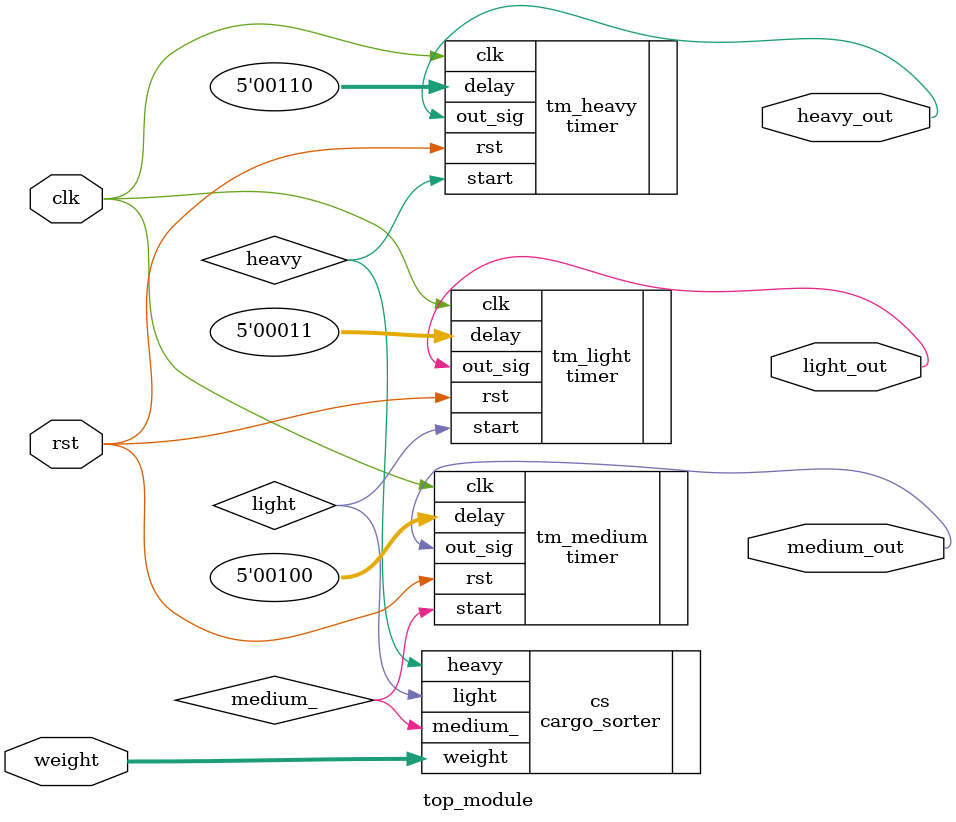
<source format=v>
module top_module (
    input wire clk,
    input wire rst,
    input wire [3:0] weight,
    output wire light_out,
    output wire medium_out,
    output wire heavy_out
);

// Instantiate the cargo_sorter module
cargo_sorter cs (
    .weight(weight),
    .light(light),
    .medium_(medium_),
    .heavy(heavy)
);

// Instantiate three timer modules
timer tm_light (
    .clk(clk),
    .rst(rst),
    .start(light),
    .delay(5'd3),
    .out_sig(light_out)
);

timer tm_medium (
    .clk(clk),
    .rst(rst),
    .start(medium_),
    .delay(5'd4),
    .out_sig(medium_out)
);

timer tm_heavy (
    .clk(clk),
    .rst(rst),
    .start(heavy),
    .delay(5'd6),
    .out_sig(heavy_out)
);

endmodule

</source>
